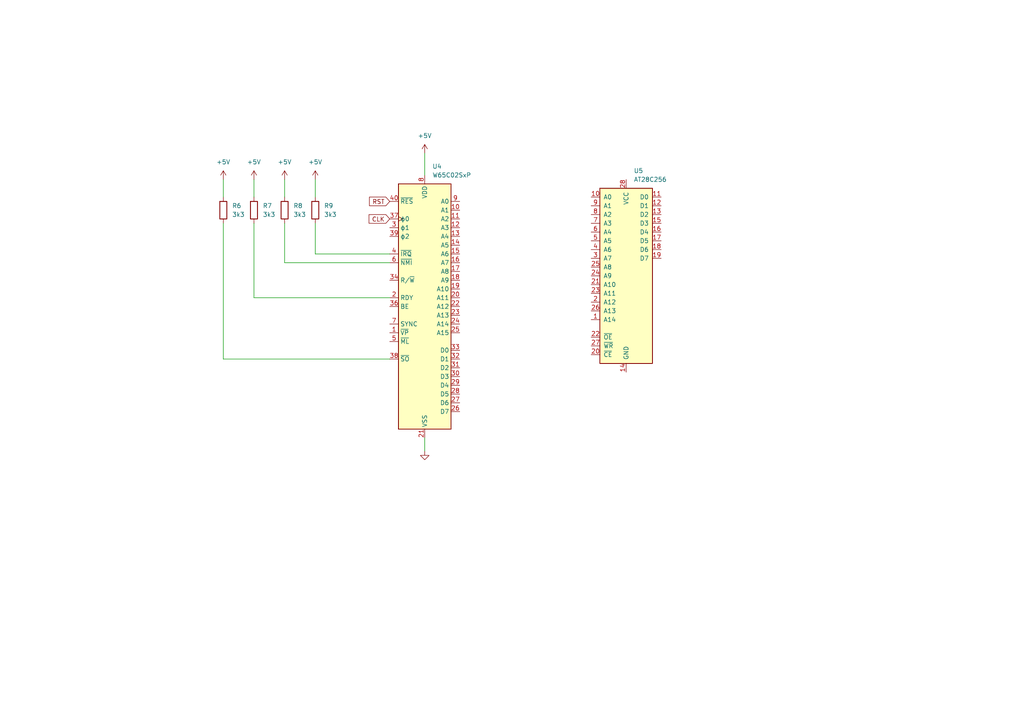
<source format=kicad_sch>
(kicad_sch (version 20230121) (generator eeschema)
  (paper "A4")
  (lib_symbols
    (symbol "65xx-library:W65C02SxP"
      (property "Reference" "U" (at 2.54 40.64 0))
      (property "Value" "W65C02SxP" (at 2.54 38.1 0))
      (symbol "W65C02SxP_0_1"
        (rectangle (start -7.62 35.56) (end 7.62 -35.56) (stroke (width 0.254)) (fill (type background)))
      )
      (symbol "W65C02SxP_1_1"
        (pin output line (at -10.16 -7.62 0) (length 2.54) (name "~{VP}") (number "1"))
        (pin tri_state line (at 10.16 27.94 180) (length 2.54) (name "A1") (number "10"))
        (pin tri_state line (at 10.16 25.4 180) (length 2.54) (name "A2") (number "11"))
        (pin tri_state line (at 10.16 22.86 180) (length 2.54) (name "A3") (number "12"))
        (pin tri_state line (at 10.16 20.32 180) (length 2.54) (name "A4") (number "13"))
        (pin tri_state line (at 10.16 17.78 180) (length 2.54) (name "A5") (number "14"))
        (pin tri_state line (at 10.16 15.24 180) (length 2.54) (name "A6") (number "15"))
        (pin tri_state line (at 10.16 12.7 180) (length 2.54) (name "A7") (number "16"))
        (pin tri_state line (at 10.16 10.16 180) (length 2.54) (name "A8") (number "17"))
        (pin tri_state line (at 10.16 7.62 180) (length 2.54) (name "A9") (number "18"))
        (pin tri_state line (at 10.16 5.08 180) (length 2.54) (name "A10") (number "19"))
        (pin open_collector line (at -10.16 2.54 0) (length 2.54) (name "RDY") (number "2"))
        (pin tri_state line (at 10.16 2.54 180) (length 2.54) (name "A11") (number "20"))
        (pin power_in line (at 0 -38.1 90) (length 2.54) (name "VSS") (number "21"))
        (pin tri_state line (at 10.16 0 180) (length 2.54) (name "A12") (number "22"))
        (pin tri_state line (at 10.16 -2.54 180) (length 2.54) (name "A13") (number "23"))
        (pin tri_state line (at 10.16 -5.08 180) (length 2.54) (name "A14") (number "24"))
        (pin tri_state line (at 10.16 -7.62 180) (length 2.54) (name "A15") (number "25"))
        (pin bidirectional line (at 10.16 -30.48 180) (length 2.54) (name "D7") (number "26"))
        (pin bidirectional line (at 10.16 -27.94 180) (length 2.54) (name "D6") (number "27"))
        (pin bidirectional line (at 10.16 -25.4 180) (length 2.54) (name "D5") (number "28"))
        (pin bidirectional line (at 10.16 -22.86 180) (length 2.54) (name "D4") (number "29"))
        (pin output line (at -10.16 22.86 0) (length 2.54) (name "ϕ1") (number "3"))
        (pin bidirectional line (at 10.16 -20.32 180) (length 2.54) (name "D3") (number "30"))
        (pin bidirectional line (at 10.16 -17.78 180) (length 2.54) (name "D2") (number "31"))
        (pin bidirectional line (at 10.16 -15.24 180) (length 2.54) (name "D1") (number "32"))
        (pin bidirectional line (at 10.16 -12.7 180) (length 2.54) (name "D0") (number "33"))
        (pin tri_state line (at -10.16 7.62 0) (length 2.54) (name "R/~{W}") (number "34"))
        (pin no_connect non_logic (at -7.62 -30.48 0) (length 2.54) hide (name "nc") (number "35"))
        (pin input line (at -10.16 0 0) (length 2.54) (name "BE") (number "36"))
        (pin input clock (at -10.16 25.4 0) (length 2.54) (name "ϕ0") (number "37"))
        (pin input line (at -10.16 -15.24 0) (length 2.54) (name "~{SO}") (number "38"))
        (pin output line (at -10.16 20.32 0) (length 2.54) (name "ϕ2") (number "39"))
        (pin input line (at -10.16 15.24 0) (length 2.54) (name "~{IRQ}") (number "4"))
        (pin input line (at -10.16 30.48 0) (length 2.54) (name "~{RES}") (number "40"))
        (pin output line (at -10.16 -10.16 0) (length 2.54) (name "~{ML}") (number "5"))
        (pin input line (at -10.16 12.7 0) (length 2.54) (name "~{NMI}") (number "6"))
        (pin output line (at -10.16 -5.08 0) (length 2.54) (name "SYNC") (number "7"))
        (pin power_in line (at 0 38.1 270) (length 2.54) (name "VDD") (number "8"))
        (pin tri_state line (at 10.16 30.48 180) (length 2.54) (name "A0") (number "9"))
      )
    )
    (symbol "8bits:AT28C256" (pin_names (offset 1.016))
      (property "Reference" "U" (at 6.35 26.67 0))
      (property "Value" "AT28C256" (at 5.08 -26.67 0))
      (symbol "AT28C256_1_1"
        (rectangle (start -7.62 25.4) (end 7.62 -25.4) (stroke (width 0.254)) (fill (type background)))
        (pin input line (at -10.16 -12.7 0) (length 2.54) (name "A14") (number "1"))
        (pin input line (at -10.16 22.86 0) (length 2.54) (name "A0") (number "10"))
        (pin tri_state line (at 10.16 22.86 180) (length 2.54) (name "D0") (number "11"))
        (pin tri_state line (at 10.16 20.32 180) (length 2.54) (name "D1") (number "12"))
        (pin tri_state line (at 10.16 17.78 180) (length 2.54) (name "D2") (number "13"))
        (pin power_in line (at 0 -27.94 90) (length 2.54) (name "GND") (number "14"))
        (pin tri_state line (at 10.16 15.24 180) (length 2.54) (name "D3") (number "15"))
        (pin tri_state line (at 10.16 12.7 180) (length 2.54) (name "D4") (number "16"))
        (pin tri_state line (at 10.16 10.16 180) (length 2.54) (name "D5") (number "17"))
        (pin tri_state line (at 10.16 7.62 180) (length 2.54) (name "D6") (number "18"))
        (pin tri_state line (at 10.16 5.08 180) (length 2.54) (name "D7") (number "19"))
        (pin input line (at -10.16 -7.62 0) (length 2.54) (name "A12") (number "2"))
        (pin input line (at -10.16 -22.86 0) (length 2.54) (name "~{CE}") (number "20"))
        (pin input line (at -10.16 -2.54 0) (length 2.54) (name "A10") (number "21"))
        (pin input line (at -10.16 -17.78 0) (length 2.54) (name "~{OE}") (number "22"))
        (pin input line (at -10.16 -5.08 0) (length 2.54) (name "A11") (number "23"))
        (pin input line (at -10.16 0 0) (length 2.54) (name "A9") (number "24"))
        (pin input line (at -10.16 2.54 0) (length 2.54) (name "A8") (number "25"))
        (pin input line (at -10.16 -10.16 0) (length 2.54) (name "A13") (number "26"))
        (pin input line (at -10.16 -20.32 0) (length 2.54) (name "~{WR}") (number "27"))
        (pin power_in line (at 0 27.94 270) (length 2.54) (name "VCC") (number "28"))
        (pin input line (at -10.16 5.08 0) (length 2.54) (name "A7") (number "3"))
        (pin input line (at -10.16 7.62 0) (length 2.54) (name "A6") (number "4"))
        (pin input line (at -10.16 10.16 0) (length 2.54) (name "A5") (number "5"))
        (pin input line (at -10.16 12.7 0) (length 2.54) (name "A4") (number "6"))
        (pin input line (at -10.16 15.24 0) (length 2.54) (name "A3") (number "7"))
        (pin input line (at -10.16 17.78 0) (length 2.54) (name "A2") (number "8"))
        (pin input line (at -10.16 20.32 0) (length 2.54) (name "A1") (number "9"))
      )
    )
    (symbol "Device:R" (pin_numbers hide) (pin_names (offset 0))
      (property "Reference" "R" (at 2.032 0 90))
      (property "Value" "R" (at 0 0 90))
      (symbol "R_0_1"
        (rectangle (start -1.016 -2.54) (end 1.016 2.54) (stroke (width 0.254)))
      )
      (symbol "R_1_1"
        (pin passive line (at 0 3.81 270) (length 1.27) (name "~") (number "1"))
        (pin passive line (at 0 -3.81 90) (length 1.27) (name "~") (number "2"))
      )
    )
    (symbol "power:+5V" (power) (pin_names (offset 0))
      (property "Value" "+5V" (at 0 3.556 0))
      (symbol "+5V_0_1"
        (polyline (pts (xy -0.762 1.27) (xy 0 2.54)))
        (polyline (pts (xy 0 0) (xy 0 2.54)))
        (polyline (pts (xy 0 2.54) (xy 0.762 1.27)))
      )
      (symbol "+5V_1_1"
        (pin power_in line (at 0 0 90) (length 0) hide (name "+5V") (number "1"))
      )
    )
    (symbol "power:GND" (power) (pin_names (offset 0))
      (property "Value" "GND" (at 0 -3.81 0))
      (symbol "GND_0_1"
        (polyline (pts (xy 0 0) (xy 0 -1.27) (xy 1.27 -1.27) (xy 0 -2.54) (xy -1.27 -1.27) (xy 0 -1.27)))
      )
      (symbol "GND_1_1"
        (pin power_in line (at 0 0 270) (length 0) hide (name "GND") (number "1"))
      )
    )
  )
  (wire (pts (xy 123.19 44.45) (xy 123.19 50.8)))
  (wire (pts (xy 123.19 127) (xy 123.19 130.81)))
  (wire (pts (xy 73.66 52.07) (xy 73.66 57.15)))
  (wire (pts (xy 82.55 64.77) (xy 82.55 76.2)))
  (wire (pts (xy 82.55 52.07) (xy 82.55 57.15)))
  (wire (pts (xy 64.77 64.77) (xy 64.77 104.14)))
  (wire (pts (xy 64.77 52.07) (xy 64.77 57.15)))
  (wire (pts (xy 82.55 76.2) (xy 113.03 76.2)))
  (wire (pts (xy 113.03 73.66) (xy 91.44 73.66)))
  (wire (pts (xy 73.66 86.36) (xy 73.66 64.77)))
  (wire (pts (xy 91.44 73.66) (xy 91.44 64.77)))
  (wire (pts (xy 64.77 104.14) (xy 113.03 104.14)))
  (wire (pts (xy 91.44 52.07) (xy 91.44 57.15)))
  (wire (pts (xy 113.03 86.36) (xy 73.66 86.36)))
  (global_label "CLK" (shape input) (at 113.03 63.5 180) (property "Intersheetrefs" "${INTERSHEET_REFS}" (effects hide)))
  (global_label "RST" (shape input) (at 113.03 58.42 180) (property "Intersheetrefs" "${INTERSHEET_REFS}" (effects hide)))
  (symbol (lib_id "power:+5V") (at 73.66 52.07 0) (unit 1)
    (property "Reference" "#PWR011" (effects hide))
    (property "Value" "+5V" (at 73.66 46.99 0))
  )
  (symbol (lib_id "Device:R") (at 64.77 60.96 0) (unit 1)
    (property "Reference" "R6" (at 67.31 59.69 0) (effects (justify left)))
    (property "Value" "3k3" (at 67.31 62.23 0) (effects (justify left)))
  )
  (symbol (lib_id "Device:R") (at 73.66 60.96 0) (unit 1)
    (property "Reference" "R7" (at 76.2 59.69 0) (effects (justify left)))
    (property "Value" "3k3" (at 76.2 62.23 0) (effects (justify left)))
  )
  (symbol (lib_id "Device:R") (at 91.44 60.96 0) (unit 1)
    (property "Reference" "R9" (at 93.98 59.69 0) (effects (justify left)))
    (property "Value" "3k3" (at 93.98 62.23 0) (effects (justify left)))
  )
  (symbol (lib_id "power:+5V") (at 91.44 52.07 0) (unit 1)
    (property "Reference" "#PWR013" (effects hide))
    (property "Value" "+5V" (at 91.44 46.99 0))
  )
  (symbol (lib_id "power:+5V") (at 64.77 52.07 0) (unit 1)
    (property "Reference" "#PWR010" (effects hide))
    (property "Value" "+5V" (at 64.77 46.99 0))
  )
  (symbol (lib_id "8bits:AT28C256") (at 181.61 80.01 0) (unit 1)
    (property "Reference" "U5" (at 183.8041 49.53 0) (effects (justify left)))
    (property "Value" "AT28C256" (at 183.8041 52.07 0) (effects (justify left)))
  )
  (symbol (lib_id "Device:R") (at 82.55 60.96 0) (unit 1)
    (property "Reference" "R8" (at 85.09 59.69 0) (effects (justify left)))
    (property "Value" "3k3" (at 85.09 62.23 0) (effects (justify left)))
  )
  (symbol (lib_id "power:GND") (at 123.19 130.81 0) (unit 1)
    (property "Reference" "#PWR015" (effects hide))
    (property "Value" "GND" (effects hide))
  )
  (symbol (lib_id "65xx-library:W65C02SxP") (at 123.19 88.9 0) (unit 1)
    (property "Reference" "U4" (at 125.3841 48.26 0) (effects (justify left)))
    (property "Value" "W65C02SxP" (at 125.3841 50.8 0) (effects (justify left)))
    (property "Footprint" "Package_DIP:DIP-40_W15.24mm" (effects hide))
    (property "Datasheet" "http://www.westerndesigncenter.com/wdc/documentation/w65c02s.pdf" (effects hide))
  )
  (symbol (lib_id "power:+5V") (at 82.55 52.07 0) (unit 1)
    (property "Reference" "#PWR012" (effects hide))
    (property "Value" "+5V" (at 82.55 46.99 0))
  )
  (symbol (lib_id "power:+5V") (at 123.19 44.45 0) (unit 1)
    (property "Reference" "#PWR014" (effects hide))
    (property "Value" "+5V" (at 123.19 39.37 0))
  )
)
</source>
